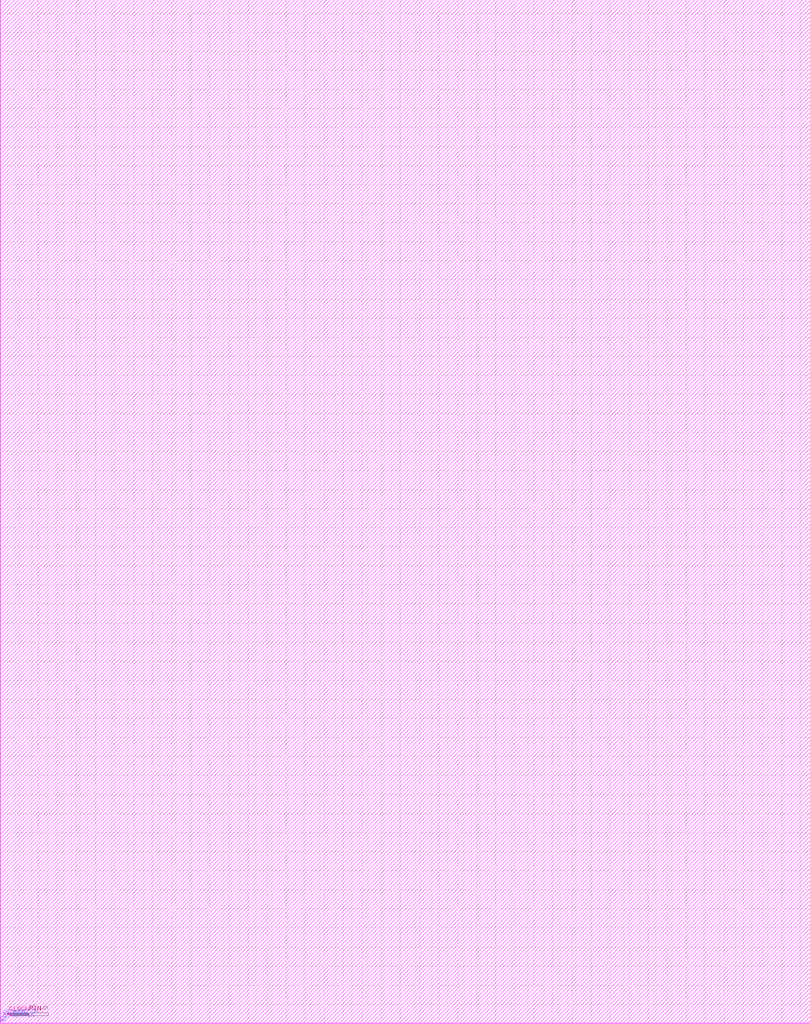
<source format=lef>
# this is mini4a.lef, with some geometries given as vias.
# This is mini2.lef, a copy of mini1.lef
# mini1.lef was created 1 august 1997 mro for testing parsers.  
# It is not intended to be realistic. Corrections by wyd.


NAMESCASESENSITIVE ON ;

UNITS
    DATABASE MICRONS 1000 ;
END UNITS

LAYER POLY
	TYPE MASTERSLICE ;
END POLY

LAYER CUT01
	TYPE CUT ;
END CUT01

LAYER M1
    TYPE ROUTING ;
    PITCH 2.4 ;
    WIDTH 1.0 ;
    SPACING 1.0 ;
    DIRECTION HORIZONTAL ;
    RESISTANCE RPERSQ 0.03 ;
    CAPACITANCE CPERSQDIST 2.7E-5 ;
    HEIGHT 5.07 ;
    THICKNESS 2.14 ;
    SHRINKAGE .07 ;
    EDGECAPACITANCE 9.0e-2 ;
    CAPMULTIPLIER 2.2 ;
END M1

LAYER CUT12
  TYPE CUT ; 
END CUT12

LAYER M2
    TYPE ROUTING ;
    PITCH 2.6 ;
    WIDTH 1.0 ;
    SPACING 1.0 ;
    DIRECTION VERTICAL ;
    RESISTANCE RPERSQ 0.01 ;
    CAPACITANCE CPERSQDIST 2.9E-5 ;
    HEIGHT 3.02 ;
    THICKNESS 2.12 ;
    SHRINKAGE .01 ;
    EDGECAPACITANCE 8.3e-2 ;
    CAPMULTIPLIER 0.4 ;
END M2

LAYER CUT23
  TYPE CUT ; 
END CUT23

LAYER M3
    TYPE ROUTING ;
    PITCH 3.2 ;
    WIDTH 1.8 ;
    SPACING 1.2 ;
    DIRECTION HORIZONTAL ;
    RESISTANCE RPERSQ 0.08 ;
    CAPACITANCE CPERSQDIST 2.8E-3 ;
    HEIGHT 9.07 ;
    THICKNESS 2.04 ;
    SHRINKAGE .007 ;
    EDGECAPACITANCE 1e-2 ;
    CAPMULTIPLIER 1.0 ;
END M3

VIA via01 DEFAULT
  LAYER POLY ; RECT -0.8 -0.8 0.8 0.8 ;
  LAYER CUT01 ; RECT -0.4 -0.4 0.4 0.4 ;
  LAYER M1 ; RECT -0.8 -0.8 0.8 0.8 ;
  RESISTANCE 8.0 ; 
END via01

VIA via12 DEFAULT
  LAYER M1 ; RECT -0.8 -0.8 0.8 0.8 ; 
  LAYER CUT12 ; RECT -0.4 -0.4 0.4 0.4 ; 
  LAYER M2 ; RECT -0.8 -0.8 0.8 0.8 ; 
  RESISTANCE 1.5 ; 
END via12
 
VIA via23 DEFAULT
  LAYER M2 ; RECT -0.8 -0.8 0.8 0.8 ; 
  LAYER CUT23 ; RECT -0.4 -0.4 0.4 0.4 ; 
  LAYER M3 ; RECT -1.0 -1.0 1.0 1.0 ; 
  RESISTANCE 1.5 ; 
END via23

MINFEATURE 0.01 0.02 ;

SITE ORDINARY
    CLASS CORE ;
    SYMMETRY Y ;
    SIZE 245 BY 32 ;
END ORDINARY

SITE IOSITE
    CLASS PAD ;
    SYMMETRY X Y ;
    SIZE 900 BY 1100 ;
END IOSITE

MACRO INPAD
    CLASS PAD INPUT ;
    SIZE 850 BY 1074 ;
    SYMMETRY X Y ;
    SITE IOSITE ;

    PIN OUTPIN
        USE SIGNAL ;
        DIRECTION OUTPUT ;
        PORT
            LAYER M1 ;
            RECT 1 3 5 7 ;
        END
    END OUTPIN


    PIN POWERPIN
        USE POWER ;
        PORT
            LAYER M1 ;
            RECT 1 2 3 4 ;
            LAYER M2 ;
            RECT 5 6 7 8 ;
        END
    END POWERPIN

    PIN CLOCKPIN
        USE CLOCK ;
        PORT
            LAYER M3 ;
            RECT 8 9 10 11 ;
        END
    END CLOCKPIN

END INPAD



MACRO OUTPAD
    CLASS PAD OUTPUT ;
    SIZE 850 BY 1074 ;
    SYMMETRY X Y ;
    SITE IOSITE ;

    PIN INPIN
        USE SIGNAL ;
        DIRECTION INPUT ;
        PORT
            LAYER M1 ;
            RECT 1 3 5 7 ;
        END
    END INPIN


    PIN POWERPIN
        USE POWER ;
        PORT
            LAYER M1 ;
            RECT 1 2 3 4 ;
            LAYER M2 ;
            RECT 5 6 7 8 ;
        END
    END POWERPIN

    PIN CLOCKPIN
        USE CLOCK ;
        PORT
            LAYER M3 ;
            RECT 8 9 10 11 ;
        END
    END CLOCKPIN

END OUTPAD

    

MACRO NORGATE
    CLASS CORE ;
    SIZE 16 BY 16 ;
    SYMMETRY X Y ;
    SITE ORDINARY ;
    ORIGIN 10 20 ;

    PIN IN1
        USE SIGNAL ;
        DIRECTION INPUT ;
        PORT
            LAYER M1 ;
            RECT 1 3 5 7 ;
        END
    END IN1

    PIN IN2
        USE SIGNAL ;
        DIRECTION INPUT ;
        PORT
            LAYER M1 ;
            VIA 2.3 3.4 via12 ;
            LAYER M2 ;
            RECT 1 3 5 7 ;
        END
    END IN2

    PIN RESULT
        USE SIGNAL ;
        DIRECTION OUTPUT ;
        PORT
            LAYER M3 ;
            RECT 1 3 5 7 ;
        END

    END RESULT


    PIN POWERPIN
        USE POWER ;
        PORT
            LAYER M1 ;
            RECT 7 8 9 10 ;
            LAYER M2 ;
            RECT 5 6 7 8 ;
        END
    END POWERPIN

    OBS
        LAYER M2 ;
        WIDTH 0.5 ;
        RECT 10 11 12 13 ;
        LAYER M3 ;
        VIA 9.2 4.3 via23 ;
    END

END NORGATE


</source>
